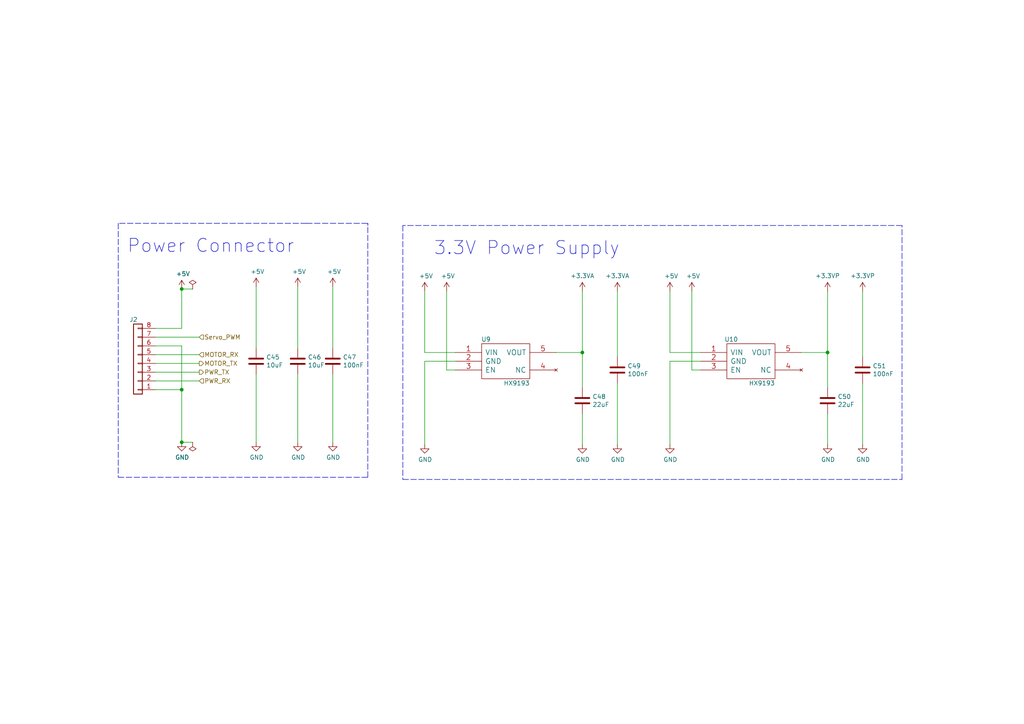
<source format=kicad_sch>
(kicad_sch (version 20211123) (generator eeschema)
  (paper "A4")
  (title_block (title "MM32_Board") (date "2022-02-28") (rev "1.3.1"))
  (lib_symbols
    (symbol "Connector_Generic:Conn_01x08" (pin_names (offset 1.016) hide)
      (property "Reference" "J" (at 0 10.16 0))
      (property "Value" "Conn_01x08" (at 0 -12.7 0))
      (symbol "Conn_01x08_1_1"
        (rectangle (start -1.27 -10.033) (end 0 -10.287) (stroke (width 0.1524)))
        (rectangle (start -1.27 -7.493) (end 0 -7.747) (stroke (width 0.1524)))
        (rectangle (start -1.27 -4.953) (end 0 -5.207) (stroke (width 0.1524)))
        (rectangle (start -1.27 -2.413) (end 0 -2.667) (stroke (width 0.1524)))
        (rectangle (start -1.27 0.127) (end 0 -0.127) (stroke (width 0.1524)))
        (rectangle (start -1.27 2.667) (end 0 2.413) (stroke (width 0.1524)))
        (rectangle (start -1.27 5.207) (end 0 4.953) (stroke (width 0.1524)))
        (rectangle (start -1.27 7.747) (end 0 7.493) (stroke (width 0.1524)))
        (rectangle (start -1.27 8.89) (end 1.27 -11.43) (stroke (width 0.254)))
        (pin passive line (at -5.08 7.62 0) (length 3.81) (name "Pin_1") (number "1"))
        (pin passive line (at -5.08 5.08 0) (length 3.81) (name "Pin_2") (number "2"))
        (pin passive line (at -5.08 2.54 0) (length 3.81) (name "Pin_3") (number "3"))
        (pin passive line (at -5.08 0 0) (length 3.81) (name "Pin_4") (number "4"))
        (pin passive line (at -5.08 -2.54 0) (length 3.81) (name "Pin_5") (number "5"))
        (pin passive line (at -5.08 -5.08 0) (length 3.81) (name "Pin_6") (number "6"))
        (pin passive line (at -5.08 -7.62 0) (length 3.81) (name "Pin_7") (number "7"))
        (pin passive line (at -5.08 -10.16 0) (length 3.81) (name "Pin_8") (number "8"))
      )
    )
    (symbol "Device:C" (pin_numbers hide) (pin_names (offset 0.254))
      (property "Reference" "C" (at 0.635 2.54 0))
      (property "Value" "C" (at 0.635 -2.54 0))
      (symbol "C_0_1"
        (polyline (pts (xy -2.032 -0.762) (xy 2.032 -0.762)) (stroke (width 0.508)))
        (polyline (pts (xy -2.032 0.762) (xy 2.032 0.762)) (stroke (width 0.508)))
      )
      (symbol "C_1_1"
        (pin passive line (at 0 3.81 270) (length 2.794) (name "~") (number "1"))
        (pin passive line (at 0 -3.81 90) (length 2.794) (name "~") (number "2"))
      )
    )
    (symbol "MM32_Periph:HX9193" (pin_names (offset 1.016))
      (property "Reference" "U" (at 1.27 11.43 0))
      (property "Value" "HX9193" (at 5.08 -1.27 0))
      (symbol "HX9193_0_1"
        (rectangle (start 0 10.16) (end 13.97 0))
      )
      (symbol "HX9193_1_1"
        (pin power_in line (at -7.62 7.62 0) (length 7.62) (name "VIN") (number "1"))
        (pin power_in line (at -7.62 5.08 0) (length 7.62) (name "GND") (number "2"))
        (pin input line (at -7.62 2.54 0) (length 7.62) (name "EN") (number "3"))
        (pin no_connect line (at 21.59 2.54 180) (length 7.62) (name "NC") (number "4"))
        (pin power_out line (at 21.59 7.62 180) (length 7.62) (name "VOUT") (number "5"))
      )
    )
    (symbol "power:+3.3VA" (power) (pin_names (offset 0))
      (property "Value" "+3.3VA" (at 0 3.556 0))
      (symbol "+3.3VA_0_1"
        (polyline (pts (xy -0.762 1.27) (xy 0 2.54)))
        (polyline (pts (xy 0 0) (xy 0 2.54)))
        (polyline (pts (xy 0 2.54) (xy 0.762 1.27)))
      )
      (symbol "+3.3VA_1_1"
        (pin power_in line (at 0 0 90) (length 0) hide (name "+3.3VA") (number "1"))
      )
    )
    (symbol "power:+3.3VP" (power) (pin_names (offset 0))
      (property "Value" "+3.3VP" (at 0 2.54 0))
      (symbol "+3.3VP_0_0"
        (pin power_in line (at 0 0 90) (length 0) hide (name "+3.3VP") (number "1"))
      )
      (symbol "+3.3VP_0_1"
        (polyline (pts (xy -0.762 1.27) (xy 0 2.54)))
        (polyline (pts (xy 0 0) (xy 0 2.54)))
        (polyline (pts (xy 0 2.54) (xy 0.762 1.27)))
      )
    )
    (symbol "power:+5V" (power) (pin_names (offset 0))
      (property "Value" "+5V" (at 0 3.556 0))
      (symbol "+5V_0_1"
        (polyline (pts (xy -0.762 1.27) (xy 0 2.54)))
        (polyline (pts (xy 0 0) (xy 0 2.54)))
        (polyline (pts (xy 0 2.54) (xy 0.762 1.27)))
      )
      (symbol "+5V_1_1"
        (pin power_in line (at 0 0 90) (length 0) hide (name "+5V") (number "1"))
      )
    )
    (symbol "power:GND" (power) (pin_names (offset 0))
      (property "Value" "GND" (at 0 -3.81 0))
      (symbol "GND_0_1"
        (polyline (pts (xy 0 0) (xy 0 -1.27) (xy 1.27 -1.27) (xy 0 -2.54) (xy -1.27 -1.27) (xy 0 -1.27)))
      )
      (symbol "GND_1_1"
        (pin power_in line (at 0 0 270) (length 0) hide (name "GND") (number "1"))
      )
    )
    (symbol "power:PWR_FLAG" (power) (pin_numbers hide) (pin_names (offset 0) hide)
      (property "Value" "PWR_FLAG" (at 0 3.81 0))
      (symbol "PWR_FLAG_0_0"
        (pin power_out line (at 0 0 90) (length 0) (name "pwr") (number "1"))
      )
      (symbol "PWR_FLAG_0_1"
        (polyline (pts (xy 0 0) (xy 0 1.27) (xy -1.016 1.905) (xy 0 2.54) (xy 1.016 1.905) (xy 0 1.27)))
      )
    )
  )
  (junction (at 240.03 102.235))
  (junction (at 52.705 83.82))
  (junction (at 52.705 113.03))
  (junction (at 52.705 128.27))
  (junction (at 168.91 102.235))
  (polyline (pts (xy 88.9 138.43) (xy 106.68 138.43)))
  (polyline (pts (xy 88.9 64.77) (xy 34.29 64.77)))
  (polyline (pts (xy 34.29 64.77) (xy 34.29 138.43)))
  (wire (pts (xy 200.66 107.315) (xy 203.2 107.315)))
  (wire (pts (xy 200.66 84.455) (xy 200.66 107.315)))
  (wire (pts (xy 129.54 84.455) (xy 129.54 107.315)))
  (polyline (pts (xy 34.29 138.43) (xy 88.9 138.43)))
  (polyline (pts (xy 261.62 65.405) (xy 116.84 65.405)))
  (wire (pts (xy 129.54 107.315) (xy 132.08 107.315)))
  (wire (pts (xy 250.19 128.905) (xy 250.19 111.125)))
  (wire (pts (xy 74.295 108.585) (xy 74.295 128.27)))
  (wire (pts (xy 168.91 84.455) (xy 168.91 102.235)))
  (wire (pts (xy 203.2 104.775) (xy 194.31 104.775)))
  (wire (pts (xy 45.085 97.79) (xy 57.785 97.79)))
  (wire (pts (xy 250.19 103.505) (xy 250.19 84.455)))
  (wire (pts (xy 45.085 110.49) (xy 57.785 110.49)))
  (wire (pts (xy 52.705 83.82) (xy 52.705 95.25)))
  (wire (pts (xy 96.52 108.585) (xy 96.52 128.27)))
  (wire (pts (xy 96.52 83.185) (xy 96.52 100.965)))
  (wire (pts (xy 240.03 112.395) (xy 240.03 102.235)))
  (wire (pts (xy 194.31 102.235) (xy 203.2 102.235)))
  (wire (pts (xy 132.08 104.775) (xy 123.19 104.775)))
  (wire (pts (xy 45.085 113.03) (xy 52.705 113.03)))
  (wire (pts (xy 123.19 102.235) (xy 132.08 102.235)))
  (wire (pts (xy 194.31 104.775) (xy 194.31 128.905)))
  (wire (pts (xy 179.07 128.905) (xy 179.07 111.125)))
  (wire (pts (xy 45.085 102.87) (xy 57.785 102.87)))
  (wire (pts (xy 168.91 112.395) (xy 168.91 102.235)))
  (wire (pts (xy 52.705 95.25) (xy 45.085 95.25)))
  (wire (pts (xy 168.91 120.015) (xy 168.91 128.905)))
  (polyline (pts (xy 106.68 64.77) (xy 106.68 65.405)))
  (wire (pts (xy 74.295 83.185) (xy 74.295 100.965)))
  (wire (pts (xy 86.36 83.185) (xy 86.36 100.965)))
  (wire (pts (xy 52.705 100.33) (xy 52.705 113.03)))
  (wire (pts (xy 45.085 107.95) (xy 57.785 107.95)))
  (wire (pts (xy 240.03 102.235) (xy 232.41 102.235)))
  (polyline (pts (xy 88.9 64.77) (xy 106.68 64.77)))
  (wire (pts (xy 168.91 102.235) (xy 161.29 102.235)))
  (wire (pts (xy 179.07 103.505) (xy 179.07 84.455)))
  (polyline (pts (xy 116.84 139.065) (xy 261.62 139.065)))
  (wire (pts (xy 240.03 84.455) (xy 240.03 102.235)))
  (wire (pts (xy 240.03 120.015) (xy 240.03 128.905)))
  (wire (pts (xy 86.36 108.585) (xy 86.36 128.27)))
  (wire (pts (xy 52.705 128.27) (xy 55.88 128.27)))
  (wire (pts (xy 52.705 83.82) (xy 55.88 83.82)))
  (wire (pts (xy 52.705 113.03) (xy 52.705 128.27)))
  (wire (pts (xy 45.085 105.41) (xy 57.785 105.41)))
  (wire (pts (xy 45.085 100.33) (xy 52.705 100.33)))
  (wire (pts (xy 194.31 84.455) (xy 194.31 102.235)))
  (polyline (pts (xy 261.62 139.065) (xy 261.62 65.405)))
  (polyline (pts (xy 106.68 138.43) (xy 106.68 64.77)))
  (wire (pts (xy 123.19 84.455) (xy 123.19 102.235)))
  (wire (pts (xy 123.19 104.775) (xy 123.19 128.905)))
  (polyline (pts (xy 116.84 65.405) (xy 116.84 139.065)))
  (text "Power Connector" (at 36.83 73.66 0) (effects (font (size 3.81 3.81)) (justify left bottom)))
  (text "3.3V Power Supply" (at 125.73 74.295 0) (effects (font (size 3.81 3.81)) (justify left bottom)))
  (hierarchical_label "Servo_PWM" (shape input) (at 57.785 97.79 0))
  (hierarchical_label "MOTOR_RX" (shape input) (at 57.785 102.87 0))
  (hierarchical_label "MOTOR_TX" (shape output) (at 57.785 105.41 0))
  (hierarchical_label "PWR_TX" (shape output) (at 57.785 107.95 0))
  (hierarchical_label "PWR_RX" (shape input) (at 57.785 110.49 0))
  (symbol (lib_id "MM32_Periph:HX9193") (at 139.7 109.855 0) (unit 1)
    (property "Reference" "U9" (at 140.97 98.425 0))
    (property "Value" "HX9193" (at 149.86 111.125 0))
    (property "Footprint" "ControlBoard:SOT-23-5" (effects hide))
  )
  (symbol (lib_id "power:+5V") (at 123.19 84.455 0) (unit 1)
    (property "Reference" "#PWR0110" (effects hide))
    (property "Value" "+5V" (at 123.571 80.0608 0))
  )
  (symbol (lib_id "power:GND") (at 123.19 128.905 0) (unit 1)
    (property "Reference" "#PWR0111" (effects hide))
    (property "Value" "GND" (at 123.317 133.2992 0))
  )
  (symbol (lib_id "power:+5V") (at 129.54 84.455 0) (unit 1)
    (property "Reference" "#PWR0112" (effects hide))
    (property "Value" "+5V" (at 129.921 80.0608 0))
  )
  (symbol (lib_id "power:GND") (at 168.91 128.905 0) (unit 1)
    (property "Reference" "#PWR0114" (effects hide))
    (property "Value" "GND" (at 169.037 133.2992 0))
  )
  (symbol (lib_id "Device:C") (at 168.91 116.205 0) (unit 1)
    (property "Reference" "C48" (at 171.831 115.0366 0) (effects (justify left)))
    (property "Value" "22uF" (at 171.831 117.348 0) (effects (justify left)))
    (property "Footprint" "ControlBoard:C_0603_1608Metric" (effects hide))
  )
  (symbol (lib_id "Device:C") (at 179.07 107.315 0) (unit 1)
    (property "Reference" "C49" (at 181.991 106.1466 0) (effects (justify left)))
    (property "Value" "100nF" (at 181.991 108.458 0) (effects (justify left)))
    (property "Footprint" "ControlBoard:C_0603_1608Metric" (effects hide))
  )
  (symbol (lib_id "power:GND") (at 179.07 128.905 0) (unit 1)
    (property "Reference" "#PWR0116" (effects hide))
    (property "Value" "GND" (at 179.197 133.2992 0))
  )
  (symbol (lib_id "Connector_Generic:Conn_01x08") (at 40.005 105.41 180) (unit 1)
    (property "Reference" "J2" (at 38.735 92.71 0))
    (property "Value" "Conn_01x08" (effects hide))
    (property "Footprint" "ControlBoard:JST_PH_S8B-PH-K_1x08_P2.00mm_Horizontal" (effects hide))
  )
  (symbol (lib_id "power:GND") (at 194.31 128.905 0) (unit 1)
    (property "Reference" "#PWR0118" (effects hide))
    (property "Value" "GND" (at 194.437 133.2992 0))
  )
  (symbol (lib_id "power:GND") (at 86.36 128.27 0) (unit 1)
    (property "Reference" "#PWR0107" (effects hide))
    (property "Value" "GND" (at 86.487 132.6642 0))
  )
  (symbol (lib_id "Device:C") (at 240.03 116.205 0) (unit 1)
    (property "Reference" "C50" (at 242.951 115.0366 0) (effects (justify left)))
    (property "Value" "22uF" (at 242.951 117.348 0) (effects (justify left)))
    (property "Footprint" "ControlBoard:C_0603_1608Metric" (effects hide))
  )
  (symbol (lib_id "power:+3.3VP") (at 240.03 84.455 0) (unit 1)
    (property "Reference" "#PWR0120" (effects hide))
    (property "Value" "+3.3VP" (at 240.03 80.01 0))
  )
  (symbol (lib_id "power:PWR_FLAG") (at 55.88 83.82 0) (unit 1)
    (property "Reference" "#FLG02" (effects hide))
    (property "Value" "PWR_FLAG" (effects hide))
  )
  (symbol (lib_id "power:GND") (at 240.03 128.905 0) (unit 1)
    (property "Reference" "#PWR0121" (effects hide))
    (property "Value" "GND" (at 240.157 133.2992 0))
  )
  (symbol (lib_id "power:GND") (at 250.19 128.905 0) (unit 1)
    (property "Reference" "#PWR0123" (effects hide))
    (property "Value" "GND" (at 250.317 133.2992 0))
  )
  (symbol (lib_id "power:GND") (at 52.705 128.27 0) (unit 1)
    (property "Reference" "#PWR0103" (effects hide))
    (property "Value" "GND" (at 52.832 132.6642 0))
  )
  (symbol (lib_id "Device:C") (at 86.36 104.775 0) (unit 1)
    (property "Reference" "C46" (at 89.281 103.6066 0) (effects (justify left)))
    (property "Value" "10uF" (at 89.281 105.918 0) (effects (justify left)))
    (property "Footprint" "ControlBoard:C_0603_1608Metric" (effects hide))
  )
  (symbol (lib_id "power:+5V") (at 74.295 83.185 0) (unit 1)
    (property "Reference" "#PWR0104" (effects hide))
    (property "Value" "+5V" (at 74.676 78.7908 0))
  )
  (symbol (lib_id "Device:C") (at 74.295 104.775 0) (unit 1)
    (property "Reference" "C45" (at 77.216 103.6066 0) (effects (justify left)))
    (property "Value" "10uF" (at 77.216 105.918 0) (effects (justify left)))
    (property "Footprint" "ControlBoard:C_0603_1608Metric" (effects hide))
  )
  (symbol (lib_id "power:PWR_FLAG") (at 55.88 128.27 180) (unit 1)
    (property "Reference" "#FLG03" (effects hide))
    (property "Value" "PWR_FLAG" (effects hide))
  )
  (symbol (lib_id "power:+5V") (at 200.66 84.455 0) (unit 1)
    (property "Reference" "#PWR0119" (effects hide))
    (property "Value" "+5V" (at 201.041 80.0608 0))
  )
  (symbol (lib_id "power:+5V") (at 86.36 83.185 0) (unit 1)
    (property "Reference" "#PWR0106" (effects hide))
    (property "Value" "+5V" (at 86.741 78.7908 0))
  )
  (symbol (lib_id "power:+5V") (at 96.52 83.185 0) (unit 1)
    (property "Reference" "#PWR0108" (effects hide))
    (property "Value" "+5V" (at 96.901 78.7908 0))
  )
  (symbol (lib_id "power:GND") (at 96.52 128.27 0) (unit 1)
    (property "Reference" "#PWR0109" (effects hide))
    (property "Value" "GND" (at 96.647 132.6642 0))
  )
  (symbol (lib_id "power:+3.3VA") (at 168.91 84.455 0) (unit 1)
    (property "Reference" "#PWR0113" (effects hide))
    (property "Value" "+3.3VA" (at 168.91 80.01 0))
  )
  (symbol (lib_id "power:+5V") (at 52.705 83.82 0) (unit 1)
    (property "Reference" "#PWR0102" (effects hide))
    (property "Value" "+5V" (at 53.086 79.4258 0))
  )
  (symbol (lib_id "Device:C") (at 250.19 107.315 0) (unit 1)
    (property "Reference" "C51" (at 253.111 106.1466 0) (effects (justify left)))
    (property "Value" "100nF" (at 253.111 108.458 0) (effects (justify left)))
    (property "Footprint" "ControlBoard:C_0603_1608Metric" (effects hide))
  )
  (symbol (lib_id "Device:C") (at 96.52 104.775 0) (unit 1)
    (property "Reference" "C47" (at 99.441 103.6066 0) (effects (justify left)))
    (property "Value" "100nF" (at 99.441 105.918 0) (effects (justify left)))
    (property "Footprint" "ControlBoard:C_0603_1608Metric" (effects hide))
  )
  (symbol (lib_id "MM32_Periph:HX9193") (at 210.82 109.855 0) (unit 1)
    (property "Reference" "U10" (at 212.09 98.425 0))
    (property "Value" "HX9193" (at 220.98 111.125 0))
    (property "Footprint" "ControlBoard:SOT-23-5" (effects hide))
  )
  (symbol (lib_id "power:+3.3VP") (at 250.19 84.455 0) (unit 1)
    (property "Reference" "#PWR0122" (effects hide))
    (property "Value" "+3.3VP" (at 250.19 80.01 0))
  )
  (symbol (lib_id "power:GND") (at 74.295 128.27 0) (unit 1)
    (property "Reference" "#PWR0105" (effects hide))
    (property "Value" "GND" (at 74.422 132.6642 0))
  )
  (symbol (lib_id "power:+5V") (at 194.31 84.455 0) (unit 1)
    (property "Reference" "#PWR0117" (effects hide))
    (property "Value" "+5V" (at 194.691 80.0608 0))
  )
  (symbol (lib_id "power:+3.3VA") (at 179.07 84.455 0) (unit 1)
    (property "Reference" "#PWR0115" (effects hide))
    (property "Value" "+3.3VA" (at 179.07 80.01 0))
  )
)
</source>
